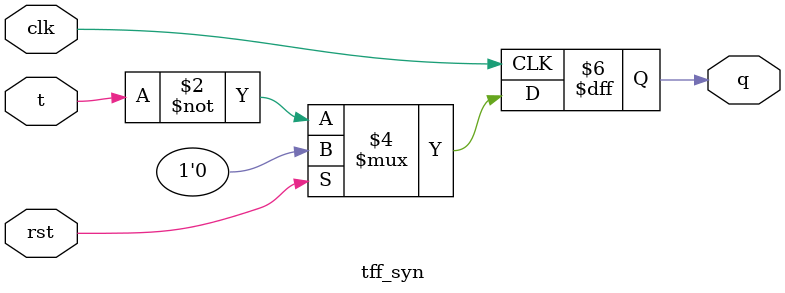
<source format=v>
module tff_syn(q,t,clk,rst);
output q;
input t,clk,rst;
reg q;
always@(posedge clk)
begin
if(rst)
q<=1'b0;
else
q<=~t;
end
endmodule

</source>
